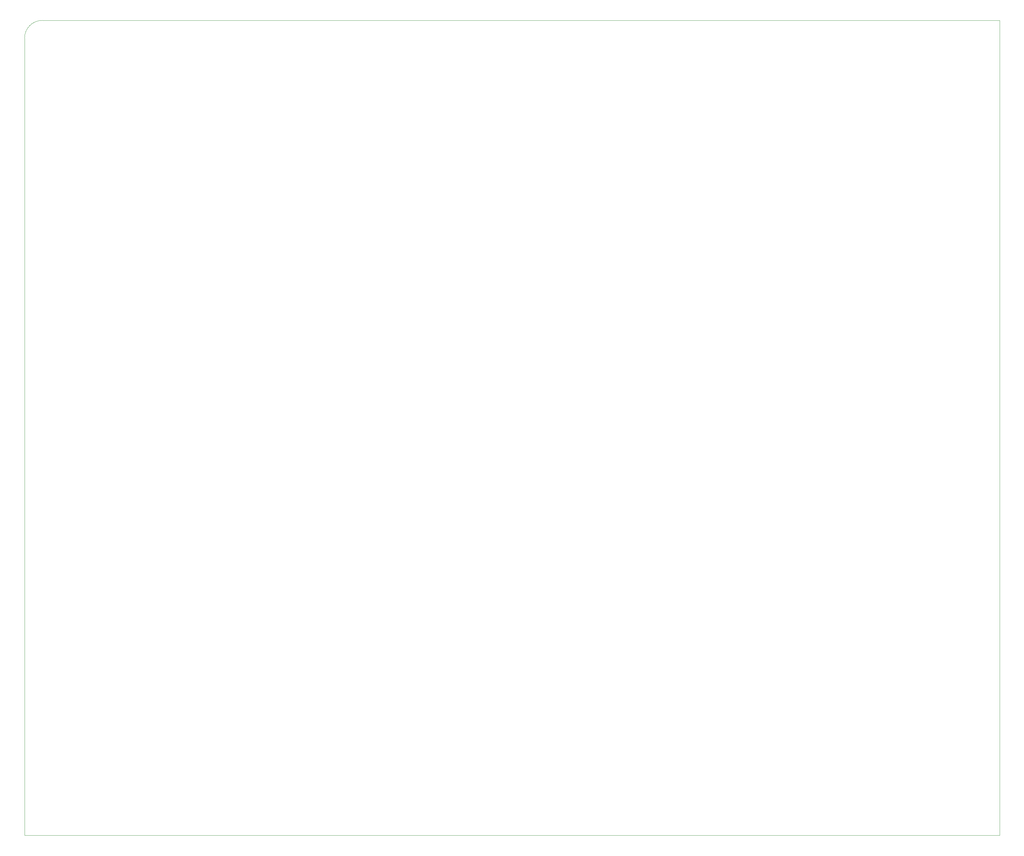
<source format=gm1>
%TF.GenerationSoftware,KiCad,Pcbnew,(6.0.4)*%
%TF.CreationDate,2022-05-26T23:51:57-07:00*%
%TF.ProjectId,top_L,746f705f-4c2e-46b6-9963-61645f706362,rev?*%
%TF.SameCoordinates,Original*%
%TF.FileFunction,Profile,NP*%
%FSLAX46Y46*%
G04 Gerber Fmt 4.6, Leading zero omitted, Abs format (unit mm)*
G04 Created by KiCad (PCBNEW (6.0.4)) date 2022-05-26 23:51:57*
%MOMM*%
%LPD*%
G01*
G04 APERTURE LIST*
%TA.AperFunction,Profile*%
%ADD10C,0.100000*%
%TD*%
G04 APERTURE END LIST*
D10*
X26000000Y-19000000D02*
X296000000Y-19000000D01*
X21000000Y-24000000D02*
X21000000Y-249000000D01*
X26000000Y-19000000D02*
G75*
G03*
X21000000Y-24000000I0J-5000000D01*
G01*
X296000000Y-19000000D02*
X296000000Y-249000000D01*
X21000000Y-249000000D02*
X296000000Y-249000000D01*
M02*

</source>
